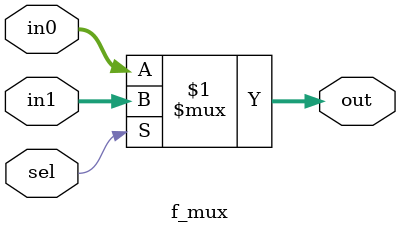
<source format=sv>
module f_mux(input logic [7:0] in0, in1,
             input logic sel,
				 output logic [7:0] out);

	assign out = (sel)?in1:in0;
				 
endmodule

</source>
